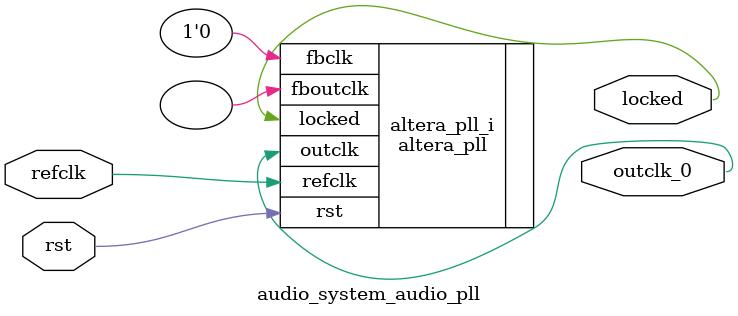
<source format=v>
`timescale 1ns/10ps
module  audio_system_audio_pll(

	// interface 'refclk'
	input wire refclk,

	// interface 'reset'
	input wire rst,

	// interface 'outclk0'
	output wire outclk_0,

	// interface 'locked'
	output wire locked
);

	altera_pll #(
		.fractional_vco_multiplier("false"),
		.reference_clock_frequency("50.0 MHz"),
		.operation_mode("direct"),
		.number_of_clocks(1),
		.output_clock_frequency0("12.288135 MHz"),
		.phase_shift0("0 ps"),
		.duty_cycle0(50),
		.output_clock_frequency1("0 MHz"),
		.phase_shift1("0 ps"),
		.duty_cycle1(50),
		.output_clock_frequency2("0 MHz"),
		.phase_shift2("0 ps"),
		.duty_cycle2(50),
		.output_clock_frequency3("0 MHz"),
		.phase_shift3("0 ps"),
		.duty_cycle3(50),
		.output_clock_frequency4("0 MHz"),
		.phase_shift4("0 ps"),
		.duty_cycle4(50),
		.output_clock_frequency5("0 MHz"),
		.phase_shift5("0 ps"),
		.duty_cycle5(50),
		.output_clock_frequency6("0 MHz"),
		.phase_shift6("0 ps"),
		.duty_cycle6(50),
		.output_clock_frequency7("0 MHz"),
		.phase_shift7("0 ps"),
		.duty_cycle7(50),
		.output_clock_frequency8("0 MHz"),
		.phase_shift8("0 ps"),
		.duty_cycle8(50),
		.output_clock_frequency9("0 MHz"),
		.phase_shift9("0 ps"),
		.duty_cycle9(50),
		.output_clock_frequency10("0 MHz"),
		.phase_shift10("0 ps"),
		.duty_cycle10(50),
		.output_clock_frequency11("0 MHz"),
		.phase_shift11("0 ps"),
		.duty_cycle11(50),
		.output_clock_frequency12("0 MHz"),
		.phase_shift12("0 ps"),
		.duty_cycle12(50),
		.output_clock_frequency13("0 MHz"),
		.phase_shift13("0 ps"),
		.duty_cycle13(50),
		.output_clock_frequency14("0 MHz"),
		.phase_shift14("0 ps"),
		.duty_cycle14(50),
		.output_clock_frequency15("0 MHz"),
		.phase_shift15("0 ps"),
		.duty_cycle15(50),
		.output_clock_frequency16("0 MHz"),
		.phase_shift16("0 ps"),
		.duty_cycle16(50),
		.output_clock_frequency17("0 MHz"),
		.phase_shift17("0 ps"),
		.duty_cycle17(50),
		.pll_type("General"),
		.pll_subtype("General")
	) altera_pll_i (
		.rst	(rst),
		.outclk	({outclk_0}),
		.locked	(locked),
		.fboutclk	( ),
		.fbclk	(1'b0),
		.refclk	(refclk)
	);
endmodule


</source>
